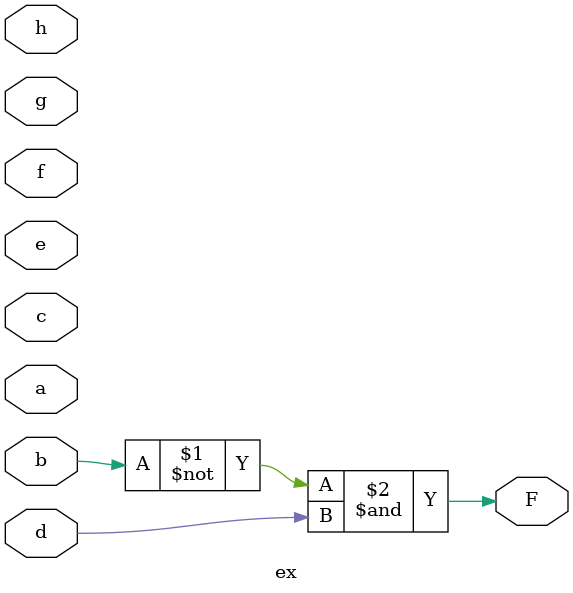
<source format=v>

module ex ( 
    a, b, c, d, e, f, g, h,
    F  );
  input  a, b, c, d, e, f, g, h;
  output F;
  assign F = ~b & d;
endmodule



</source>
